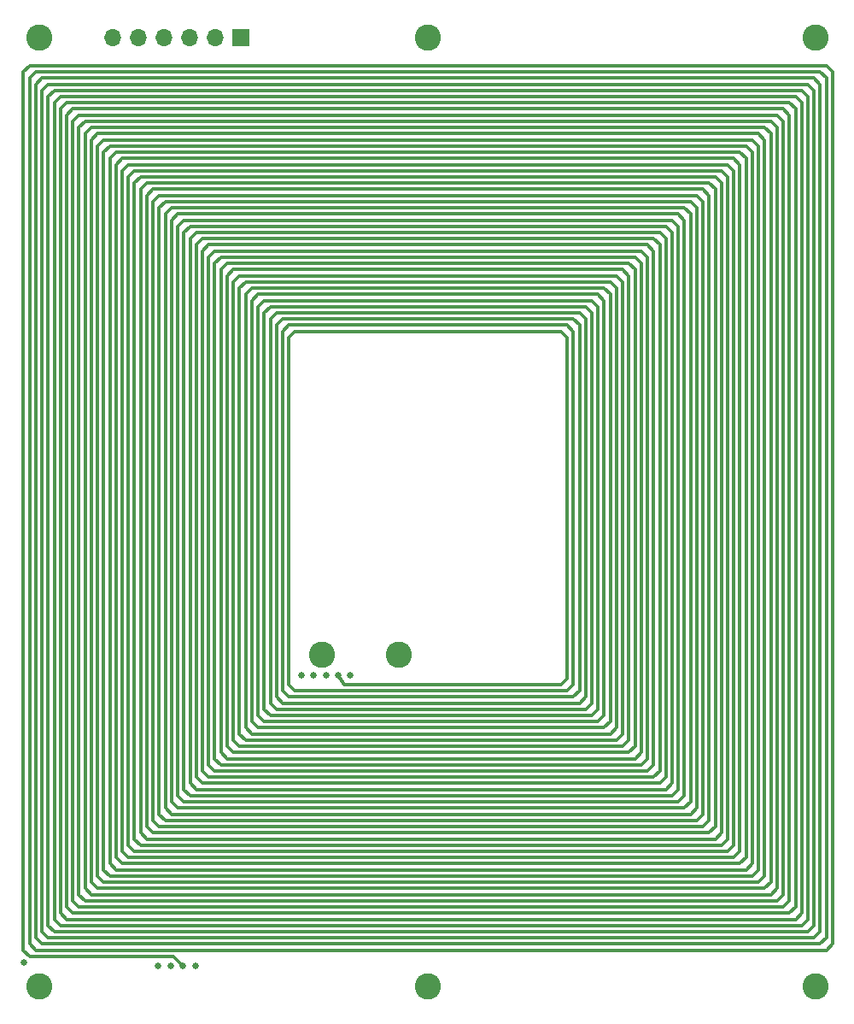
<source format=gbr>
%TF.GenerationSoftware,KiCad,Pcbnew,(6.0.5)*%
%TF.CreationDate,2022-08-19T15:48:38-07:00*%
%TF.ProjectId,Coil_Panels_XY,436f696c-5f50-4616-9e65-6c735f58592e,rev?*%
%TF.SameCoordinates,Original*%
%TF.FileFunction,Copper,L4,Inr*%
%TF.FilePolarity,Positive*%
%FSLAX46Y46*%
G04 Gerber Fmt 4.6, Leading zero omitted, Abs format (unit mm)*
G04 Created by KiCad (PCBNEW (6.0.5)) date 2022-08-19 15:48:38*
%MOMM*%
%LPD*%
G01*
G04 APERTURE LIST*
%TA.AperFunction,ComponentPad*%
%ADD10C,2.600000*%
%TD*%
%TA.AperFunction,ComponentPad*%
%ADD11R,1.700000X1.700000*%
%TD*%
%TA.AperFunction,ComponentPad*%
%ADD12O,1.700000X1.700000*%
%TD*%
%TA.AperFunction,ViaPad*%
%ADD13C,0.650000*%
%TD*%
%TA.AperFunction,Conductor*%
%ADD14C,0.306000*%
%TD*%
G04 APERTURE END LIST*
D10*
%TO.N,unconnected-(H1-Pad1)*%
%TO.C,H1*%
X111942000Y-49921999D03*
%TD*%
D11*
%TO.N,Net-(J1-Pad1)*%
%TO.C,J1*%
X131942000Y-49921999D03*
D12*
%TO.N,Net-(J1-Pad2)*%
X129402000Y-49921999D03*
%TO.N,Net-(J1-Pad3)*%
X126862000Y-49921999D03*
%TO.N,Net-(J1-Pad4)*%
X124322000Y-49921999D03*
%TO.N,Net-(J1-Pad5)*%
X121782000Y-49921999D03*
%TO.N,Net-(J1-Pad6)*%
X119242000Y-49921999D03*
%TD*%
D10*
%TO.N,unconnected-(H5-Pad1)*%
%TO.C,H5*%
X150442000Y-143921999D03*
%TD*%
%TO.N,unconnected-(H4-Pad1)*%
%TO.C,H4*%
X111942000Y-143921999D03*
%TD*%
%TO.N,Coil_OUT*%
%TO.C,TP1*%
X139986000Y-111092000D03*
X147606000Y-111092000D03*
%TD*%
%TO.N,unconnected-(H2-Pad1)*%
%TO.C,H2*%
X150442000Y-49921999D03*
%TD*%
%TO.N,unconnected-(H3-Pad1)*%
%TO.C,H3*%
X188942000Y-49921999D03*
%TD*%
%TO.N,unconnected-(H6-Pad1)*%
%TO.C,H6*%
X188942000Y-143921999D03*
%TD*%
D13*
%TO.N,Coil_OUT*%
X126184000Y-141856000D03*
X127408000Y-141856000D03*
X123736000Y-141856000D03*
X140358000Y-113092000D03*
X124960000Y-141856000D03*
X137910000Y-113092000D03*
X139134000Y-113092000D03*
X142806000Y-113092000D03*
X110394000Y-141513999D03*
X141582000Y-113092000D03*
%TD*%
D14*
%TO.N,Coil_OUT*%
X176518000Y-67401999D02*
X176518000Y-125638000D01*
X114042000Y-56998000D02*
X114654000Y-56386000D01*
X126282000Y-125638000D02*
X125670000Y-125026000D01*
X178966000Y-129310000D02*
X122610000Y-129310000D01*
X183250000Y-133593999D02*
X118326000Y-133593999D01*
X136073999Y-77806000D02*
X164890000Y-77806000D01*
X182025999Y-61894000D02*
X182025999Y-131145999D01*
X115878000Y-136041999D02*
X115266000Y-135429999D01*
X188758000Y-137878000D02*
X188146000Y-138490000D01*
X123222000Y-128698000D02*
X122610000Y-128086000D01*
X132402000Y-75358000D02*
X132402000Y-118294000D01*
X177742000Y-126862000D02*
X177130000Y-127474000D01*
X118938000Y-61894000D02*
X118938000Y-131757999D01*
X172846000Y-123190000D02*
X128730000Y-123190000D01*
X172233999Y-121354000D02*
X171622000Y-121966000D01*
X166726000Y-117070000D02*
X134850000Y-117070000D01*
X167338000Y-116458000D02*
X166726000Y-117070000D01*
X180190000Y-62506000D02*
X180802000Y-63118000D01*
X123222000Y-66178000D02*
X123834000Y-65566000D01*
X187534000Y-56386000D02*
X187534000Y-136653999D01*
X112818000Y-55774000D02*
X112818000Y-137878000D01*
X125058000Y-126862000D02*
X124446000Y-126250000D01*
X132402000Y-74134000D02*
X168562000Y-74134000D01*
X134238000Y-117682000D02*
X133626000Y-117070000D01*
X174070000Y-124414000D02*
X127506000Y-124414000D01*
X178965999Y-64954000D02*
X178965999Y-128086000D01*
X129342000Y-71074000D02*
X171622000Y-71074000D01*
X131790000Y-73522000D02*
X169174000Y-73522000D01*
X186922000Y-137265999D02*
X114654000Y-137265999D01*
X135462000Y-78418000D02*
X136073999Y-77806000D01*
X181414000Y-62506000D02*
X181414000Y-130534000D01*
X165501999Y-114622000D02*
X164890000Y-115234000D01*
X118326000Y-61282000D02*
X118938000Y-60670000D01*
X167950000Y-74746000D02*
X168561999Y-75358000D01*
X164278000Y-79642000D02*
X164278000Y-113398000D01*
X120774000Y-63730000D02*
X121386000Y-63118000D01*
X181414000Y-61282000D02*
X182025999Y-61894000D01*
X182025999Y-131145999D02*
X181414000Y-131757999D01*
X129342000Y-122578000D02*
X128730000Y-121966000D01*
X115266000Y-58222000D02*
X115266000Y-135430000D01*
X118326000Y-133593999D02*
X117714000Y-132981999D01*
X169174000Y-74745999D02*
X169174000Y-118294000D01*
X178354000Y-127474000D02*
X177742000Y-128086000D01*
X174070000Y-68626000D02*
X174682000Y-69237999D01*
X125670000Y-126250000D02*
X125058000Y-125638000D01*
X110370000Y-53326000D02*
X110370000Y-140326000D01*
X131790000Y-120130000D02*
X131178000Y-119518000D01*
X123834000Y-65566000D02*
X177130000Y-65566000D01*
X163666000Y-79030000D02*
X164278000Y-79642000D01*
X131178000Y-120742000D02*
X130566000Y-120130000D01*
X123222000Y-66178000D02*
X123222000Y-127474000D01*
X189369999Y-138490000D02*
X188757999Y-139101999D01*
X115878000Y-57610000D02*
X185086000Y-57610000D01*
X110982000Y-140938000D02*
X125266000Y-140938000D01*
X113430000Y-55162000D02*
X187534000Y-55162000D01*
X168562000Y-118906000D02*
X133014000Y-118906000D01*
X180802000Y-63118000D02*
X180802000Y-129922000D01*
X186922000Y-56998000D02*
X186922000Y-136041999D01*
X174070000Y-123190000D02*
X173458000Y-123802000D01*
X116489999Y-58222000D02*
X184474000Y-58222000D01*
X176518000Y-66178000D02*
X177130000Y-66790000D01*
X168561999Y-75358000D02*
X168561999Y-117682000D01*
X133013999Y-74746000D02*
X167950000Y-74746000D01*
X183250000Y-132369999D02*
X182638000Y-132981999D01*
X184474000Y-58222000D02*
X185085999Y-58834000D01*
X136073999Y-79030000D02*
X136073999Y-114622000D01*
X129342000Y-72298000D02*
X129954000Y-71686000D01*
X165502000Y-77194000D02*
X166114000Y-77805999D01*
X110370000Y-140326000D02*
X110982000Y-140938000D01*
X188146000Y-138490000D02*
X113430000Y-138490000D01*
X167338000Y-76582000D02*
X167338000Y-116458000D01*
X133626000Y-75358000D02*
X167338000Y-75358000D01*
X173458000Y-70462000D02*
X173458000Y-122578000D01*
X121998000Y-64954000D02*
X122610000Y-64342000D01*
X169786000Y-74134000D02*
X169786000Y-118906000D01*
X128730000Y-70462000D02*
X172234000Y-70462000D01*
X121386000Y-130534000D02*
X120774000Y-129922000D01*
X114654000Y-56386000D02*
X186310000Y-56386000D01*
X171010000Y-71686000D02*
X171622000Y-72298000D01*
X123834000Y-66790000D02*
X123834000Y-126862000D01*
X172234000Y-122578000D02*
X129342000Y-122578000D01*
X124446000Y-66178000D02*
X176518000Y-66178000D01*
X169174000Y-73522000D02*
X169786000Y-74134000D01*
X184474000Y-59446000D02*
X184474000Y-133593999D01*
X110982000Y-52714000D02*
X189982000Y-52714000D01*
X183862000Y-58834000D02*
X184474000Y-59446000D01*
X134238000Y-75970000D02*
X166726000Y-75970000D01*
X126894000Y-68626000D02*
X174070000Y-68626000D01*
X170398000Y-119518000D02*
X169786000Y-120130000D01*
X125670000Y-68626000D02*
X125670000Y-125026000D01*
X112818000Y-139101999D02*
X112206000Y-138490000D01*
X170398000Y-72298000D02*
X171010000Y-72910000D01*
X177130000Y-65566000D02*
X177742000Y-66178000D01*
X174070000Y-69850000D02*
X174070000Y-123190000D01*
X133626000Y-118294000D02*
X133014000Y-117682000D01*
X127506000Y-69238000D02*
X173458000Y-69238000D01*
X114654000Y-57610000D02*
X114654000Y-136042000D01*
X124446000Y-67401999D02*
X125058000Y-66790000D01*
X164278000Y-113398000D02*
X163666000Y-114010000D01*
X116490000Y-59446000D02*
X117102000Y-58834000D01*
X164278000Y-78418000D02*
X164890000Y-79030000D01*
X188146000Y-137265999D02*
X187534000Y-137877999D01*
X112206000Y-55162000D02*
X112817999Y-54550000D01*
X114042000Y-137877999D02*
X113430000Y-137265999D01*
X169786000Y-120130000D02*
X131790000Y-120130000D01*
X188757999Y-139101999D02*
X112818000Y-139101999D01*
X171010000Y-121354000D02*
X130566000Y-121354000D01*
X183862000Y-60058000D02*
X183862000Y-132981999D01*
X185086000Y-135429999D02*
X116490000Y-135429999D01*
X133014000Y-118906000D02*
X132402000Y-118294000D01*
X175293999Y-124414000D02*
X174682000Y-125026000D01*
X183250000Y-60670000D02*
X183250000Y-132369999D01*
X169786000Y-72910000D02*
X170398000Y-73522000D01*
X131790000Y-74745999D02*
X132402000Y-74134000D01*
X171622000Y-121966000D02*
X129954000Y-121966000D01*
X169786000Y-118906000D02*
X169174000Y-119518000D01*
X177742000Y-128086000D02*
X123834000Y-128086000D01*
X120162000Y-61894000D02*
X180802000Y-61894000D01*
X164890000Y-79030000D02*
X164890000Y-114010000D01*
X171622000Y-72298000D02*
X171622000Y-120742000D01*
X128118000Y-69850000D02*
X172846000Y-69850000D01*
X121998000Y-129922000D02*
X121386000Y-129310000D01*
X189370000Y-139713999D02*
X112206000Y-139713999D01*
X120162000Y-63118000D02*
X120774000Y-62506000D01*
X176518000Y-125638000D02*
X175906000Y-126250000D01*
X177130000Y-127474000D02*
X124446000Y-127474000D01*
X174682000Y-68014000D02*
X175293999Y-68626000D01*
X175293999Y-67401999D02*
X175905999Y-68013999D01*
X111594000Y-54550000D02*
X112206000Y-53938000D01*
X131790000Y-74745999D02*
X131790000Y-118906000D01*
X119550000Y-62506000D02*
X120162000Y-61894000D01*
X183862000Y-134205999D02*
X117714000Y-134205999D01*
X171010000Y-72910000D02*
X171010000Y-120130000D01*
X190594000Y-139713999D02*
X189982000Y-140325999D01*
X121386000Y-64342000D02*
X121386000Y-129310000D01*
X117714000Y-60670000D02*
X118326000Y-60058000D01*
X170398000Y-120742000D02*
X131178000Y-120742000D01*
X172846000Y-69850000D02*
X173458000Y-70462000D01*
X185086000Y-57610000D02*
X185698000Y-58222000D01*
X129954000Y-72910000D02*
X129954000Y-120742000D01*
X129954000Y-71686000D02*
X171010000Y-71686000D01*
X183250000Y-59446000D02*
X183862000Y-60058000D01*
X167950000Y-117070000D02*
X167338000Y-117682000D01*
X115266000Y-58222000D02*
X115878000Y-57610000D01*
X188146000Y-55774000D02*
X188146000Y-137265999D01*
X128118000Y-123802000D02*
X127506000Y-123190000D01*
X115266000Y-56998000D02*
X185698000Y-56998000D01*
X187534000Y-137877999D02*
X114042000Y-137877999D01*
X173458000Y-69238000D02*
X174070000Y-69850000D01*
X168561999Y-117682000D02*
X167950000Y-118294000D01*
X112206000Y-53938000D02*
X188757999Y-53938000D01*
X169174000Y-118294000D02*
X168562000Y-118906000D01*
X166114000Y-116458000D02*
X135462000Y-116458000D01*
X182026000Y-132369999D02*
X119550000Y-132369999D01*
X131178000Y-72910000D02*
X169786000Y-72910000D01*
X179578000Y-128698000D02*
X178966000Y-129310000D01*
X189982000Y-53938000D02*
X189982000Y-139101999D01*
X174682000Y-69237999D02*
X174682000Y-123802000D01*
X173458000Y-122578000D02*
X172846000Y-123190000D01*
X174682000Y-123802000D02*
X174070000Y-124414000D01*
X123834000Y-128086000D02*
X123222000Y-127474000D01*
X132402000Y-119518000D02*
X131790000Y-118906000D01*
X171622000Y-120742000D02*
X171010000Y-121354000D01*
X112817999Y-54550000D02*
X188146000Y-54550000D01*
X131178000Y-74134000D02*
X131178000Y-119518000D01*
X190594000Y-53326000D02*
X190594000Y-139713999D01*
X128730000Y-71686000D02*
X129342000Y-71074000D01*
X187534000Y-55162000D02*
X188146000Y-55774000D01*
X113430000Y-56386000D02*
X114042000Y-55774000D01*
X185698000Y-134817999D02*
X185086000Y-135429999D01*
X189369999Y-54550000D02*
X189369999Y-138490000D01*
X134850000Y-77805999D02*
X135462000Y-77194000D01*
X134850000Y-77805999D02*
X134850000Y-115846000D01*
X121386000Y-63118000D02*
X179578000Y-63118000D01*
X118938000Y-60670000D02*
X182026000Y-60670000D01*
X114654000Y-57610000D02*
X115266000Y-56998000D01*
X164278000Y-114622000D02*
X137298000Y-114622000D01*
X135462000Y-78418000D02*
X135462000Y-115234000D01*
X120162000Y-131757999D02*
X119550000Y-131145999D01*
X135462000Y-77194000D02*
X165502000Y-77194000D01*
X172233999Y-71686000D02*
X172233999Y-121354000D01*
X128118000Y-71073999D02*
X128730000Y-70462000D01*
X133626000Y-76582000D02*
X133626000Y-117070000D01*
X111594000Y-54550000D02*
X111594000Y-139102000D01*
X186310000Y-57610000D02*
X186310000Y-135429999D01*
X136686000Y-115234000D02*
X136074000Y-114622000D01*
X187534000Y-136653999D02*
X186922000Y-137265999D01*
X188146000Y-54550000D02*
X188758000Y-55162000D01*
X118326000Y-61282000D02*
X118326000Y-132370000D01*
X127506000Y-70462000D02*
X127506000Y-123190000D01*
X189982000Y-140325999D02*
X111594000Y-140325999D01*
X137298000Y-114622000D02*
X136686000Y-114010000D01*
X125266000Y-140938000D02*
X126184000Y-141856000D01*
X167338000Y-117682000D02*
X134238000Y-117682000D01*
X123834000Y-66790000D02*
X124446000Y-66178000D01*
X132402000Y-75358000D02*
X133013999Y-74746000D01*
X110370000Y-53326000D02*
X110982000Y-52714000D01*
X174682000Y-125026000D02*
X126894000Y-125026000D01*
X133626000Y-76582000D02*
X134238000Y-75970000D01*
X179578000Y-63118000D02*
X180190000Y-63730000D01*
X166726000Y-77194000D02*
X166726000Y-115846000D01*
X117714000Y-59446000D02*
X183250000Y-59446000D01*
X179578000Y-64342000D02*
X179578000Y-128698000D01*
X185698000Y-136041999D02*
X115878000Y-136041999D01*
X120774000Y-63730000D02*
X120774000Y-129922000D01*
X116490000Y-135429999D02*
X115878000Y-134817999D01*
X115878000Y-58834000D02*
X116489999Y-58222000D01*
X125670000Y-68626000D02*
X126281999Y-68014000D01*
X182638000Y-131757999D02*
X182026000Y-132369999D01*
X113430000Y-138490000D02*
X112818000Y-137878000D01*
X136686000Y-79642000D02*
X136686000Y-114010000D01*
X178966000Y-63730000D02*
X179578000Y-64342000D01*
X178354000Y-128698000D02*
X123222000Y-128698000D01*
X175906000Y-66790000D02*
X176518000Y-67401999D01*
X122610000Y-129310000D02*
X121998000Y-128698000D01*
X129342000Y-72298000D02*
X129342000Y-121354000D01*
X120774000Y-131146000D02*
X120162000Y-130534000D01*
X127506000Y-124414000D02*
X126894000Y-123802000D01*
X142194000Y-114010000D02*
X141582000Y-113092000D01*
X128730000Y-123190000D02*
X128118000Y-122578000D01*
X117102000Y-58834000D02*
X183862000Y-58834000D01*
X136073999Y-79030000D02*
X136685999Y-78418000D01*
X189982000Y-139101999D02*
X189370000Y-139713999D01*
X179578000Y-129922000D02*
X121998000Y-129922000D01*
X166726000Y-115846000D02*
X166114000Y-116458000D01*
X129954000Y-121966000D02*
X129342000Y-121354000D01*
X180190000Y-130534000D02*
X121386000Y-130534000D01*
X136074000Y-115846000D02*
X135462000Y-115234000D01*
X119550000Y-62506000D02*
X119550000Y-131146000D01*
X176518000Y-126862000D02*
X125058000Y-126862000D01*
X116490000Y-59446000D02*
X116490000Y-134206000D01*
X112206000Y-139713999D02*
X111594000Y-139101999D01*
X186310000Y-136653999D02*
X115266000Y-136653999D01*
X184474000Y-134817999D02*
X117102000Y-134817999D01*
X126894000Y-69850000D02*
X126894000Y-123802000D01*
X117102000Y-60058000D02*
X117714000Y-59446000D01*
X112818000Y-55774000D02*
X113430000Y-55162000D01*
X169174000Y-119518000D02*
X132402000Y-119518000D01*
X167950000Y-75969999D02*
X167950000Y-117070000D01*
X111594000Y-140325999D02*
X110982000Y-139713999D01*
X125670000Y-67401999D02*
X175293999Y-67401999D01*
X175293999Y-68626000D02*
X175293999Y-124414000D01*
X115266000Y-136653999D02*
X114654000Y-136041999D01*
X177130000Y-66790000D02*
X177130000Y-126250000D01*
X180190000Y-129310000D02*
X179578000Y-129922000D01*
X126282000Y-69237999D02*
X126894000Y-68626000D01*
X170398000Y-73522000D02*
X170398000Y-119518000D01*
X110982000Y-53938000D02*
X111594000Y-53326000D01*
X121998000Y-63730000D02*
X178966000Y-63730000D01*
X114042000Y-55774000D02*
X186922000Y-55774000D01*
X130566000Y-73522000D02*
X131178000Y-72910000D01*
X166114000Y-115234000D02*
X165502000Y-115846000D01*
X134850000Y-117070000D02*
X134238000Y-116458000D01*
X124446000Y-127474000D02*
X123834000Y-126862000D01*
X186310000Y-56386000D02*
X186922000Y-56998000D01*
X134238000Y-77194000D02*
X134238000Y-116458000D01*
X185698000Y-58222000D02*
X185698000Y-134817999D01*
X168562000Y-74134000D02*
X169174000Y-74745999D01*
X127506000Y-70462000D02*
X128118000Y-69850000D01*
X117102000Y-134817999D02*
X116490000Y-134205999D01*
X120162000Y-63118000D02*
X120162000Y-130534000D01*
X165501999Y-78418000D02*
X165501999Y-114622000D01*
X189370000Y-53326000D02*
X189982000Y-53938000D01*
X188758000Y-55162000D02*
X188758000Y-137878000D01*
X189982000Y-52714000D02*
X190594000Y-53326000D01*
X178354000Y-65566000D02*
X178354000Y-127474000D01*
X128118000Y-71073999D02*
X128118000Y-122578000D01*
X134238000Y-77194000D02*
X134850000Y-76582000D01*
X126281999Y-68014000D02*
X174682000Y-68014000D01*
X136685999Y-78418000D02*
X164278000Y-78418000D01*
X185085999Y-134205999D02*
X184474000Y-134817999D01*
X164890000Y-115234000D02*
X136686000Y-115234000D01*
X175905999Y-125026000D02*
X175293999Y-125638000D01*
X164890000Y-77806000D02*
X165501999Y-78418000D01*
X113430000Y-56386000D02*
X113430000Y-137266000D01*
X166726000Y-75970000D02*
X167338000Y-76582000D01*
X126894000Y-69850000D02*
X127506000Y-69238000D01*
X182638000Y-60058000D02*
X183250000Y-60670000D01*
X112206000Y-55162000D02*
X112206000Y-138490000D01*
X114042000Y-56998000D02*
X114042000Y-136654000D01*
X135462000Y-116458000D02*
X134850000Y-115846000D01*
X111594000Y-53326000D02*
X189370000Y-53326000D01*
X117714000Y-60670000D02*
X117714000Y-132982000D01*
X118938000Y-61894000D02*
X119549999Y-61282000D01*
X182026000Y-60670000D02*
X182638000Y-61282000D01*
X171622000Y-71074000D02*
X172233999Y-71686000D01*
X180802000Y-61894000D02*
X181414000Y-62506000D01*
X125058000Y-66790000D02*
X175906000Y-66790000D01*
X119550000Y-132369999D02*
X118938000Y-131757999D01*
X133014000Y-75969999D02*
X133626000Y-75358000D01*
X172234000Y-70462000D02*
X172846000Y-71073999D01*
X122610000Y-65566000D02*
X123221999Y-64954000D01*
X118326000Y-60058000D02*
X182638000Y-60058000D01*
X182638000Y-132981999D02*
X118938000Y-132981999D01*
X136686000Y-79642000D02*
X137298000Y-79030000D01*
X121998000Y-64954000D02*
X121998000Y-128698000D01*
X175293999Y-125638000D02*
X126282000Y-125638000D01*
X122610000Y-64342000D02*
X178354000Y-64342000D01*
X134850000Y-76582000D02*
X166114000Y-76582000D01*
X177742000Y-66178000D02*
X177742000Y-126862000D01*
X186922000Y-136041999D02*
X186310000Y-136653999D01*
X180190000Y-63730000D02*
X180190000Y-129310000D01*
X167950000Y-118294000D02*
X133626000Y-118294000D01*
X137298000Y-79030000D02*
X163666000Y-79030000D01*
X186922000Y-55774000D02*
X187534000Y-56386000D01*
X110982000Y-53938000D02*
X110982000Y-139714000D01*
X182638000Y-61282000D02*
X182638000Y-131757999D01*
X172846000Y-71073999D02*
X172846000Y-121966000D01*
X117714000Y-134205999D02*
X117102000Y-133593999D01*
X166114000Y-77805999D02*
X166114000Y-115234000D01*
X177742000Y-64954000D02*
X178354000Y-65566000D01*
X171010000Y-120130000D02*
X170398000Y-120742000D01*
X178965999Y-128086000D02*
X178354000Y-128698000D01*
X121386000Y-64342000D02*
X121998000Y-63730000D01*
X124446000Y-67401999D02*
X124446000Y-126250000D01*
X117102000Y-60058000D02*
X117102000Y-133594000D01*
X167338000Y-75358000D02*
X167950000Y-75969999D01*
X130566000Y-73522000D02*
X130566000Y-120130000D01*
X163666000Y-114010000D02*
X142194000Y-114010000D01*
X119549999Y-61282000D02*
X181414000Y-61282000D01*
X130566000Y-121354000D02*
X129954000Y-120742000D01*
X123221999Y-64954000D02*
X177742000Y-64954000D01*
X180802000Y-129922000D02*
X180190000Y-130534000D01*
X185085999Y-58834000D02*
X185085999Y-134205999D01*
X173458000Y-123802000D02*
X128118000Y-123802000D01*
X118938000Y-132981999D02*
X118326000Y-132369999D01*
X181414000Y-130534000D02*
X180802000Y-131146000D01*
X133014000Y-75969999D02*
X133014000Y-117682000D01*
X181414000Y-131757999D02*
X120162000Y-131757999D01*
X120774000Y-62506000D02*
X180190000Y-62506000D01*
X125058000Y-68013999D02*
X125058000Y-125638000D01*
X125058000Y-68013999D02*
X125670000Y-67401999D01*
X183862000Y-132981999D02*
X183250000Y-133593999D01*
X131178000Y-74134000D02*
X131790000Y-73522000D01*
X165502000Y-115846000D02*
X136074000Y-115846000D01*
X122610000Y-65566000D02*
X122610000Y-128086000D01*
X164890000Y-114010000D02*
X164278000Y-114622000D01*
X115878000Y-58834000D02*
X115878000Y-134817999D01*
X128730000Y-71686000D02*
X128730000Y-121966000D01*
X129954000Y-72910000D02*
X130566000Y-72298000D01*
X188757999Y-53938000D02*
X189369999Y-54550000D01*
X172846000Y-121966000D02*
X172234000Y-122578000D01*
X175905999Y-68013999D02*
X175905999Y-125026000D01*
X178354000Y-64342000D02*
X178965999Y-64954000D01*
X175906000Y-126250000D02*
X125670000Y-126250000D01*
X126282000Y-69237999D02*
X126282000Y-124414000D01*
X126894000Y-125026000D02*
X126282000Y-124414000D01*
X180802000Y-131146000D02*
X120774000Y-131146000D01*
X166114000Y-76582000D02*
X166726000Y-77194000D01*
X184474000Y-133593999D02*
X183862000Y-134205999D01*
X177130000Y-126250000D02*
X176518000Y-126862000D01*
X186310000Y-135429999D02*
X185698000Y-136041999D01*
X130566000Y-72298000D02*
X170398000Y-72298000D01*
X114654000Y-137265999D02*
X114042000Y-136653999D01*
X185698000Y-56998000D02*
X186310000Y-57610000D01*
%TD*%
M02*

</source>
